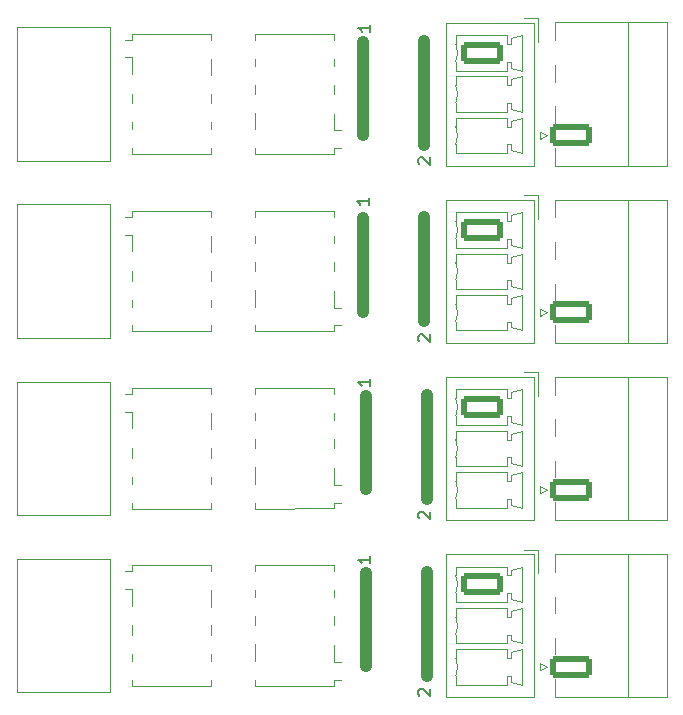
<source format=gbr>
%TF.GenerationSoftware,KiCad,Pcbnew,8.0.2*%
%TF.CreationDate,2025-01-20T22:03:02+01:00*%
%TF.ProjectId,Mk2-relayExtension,4d6b322d-7265-46c6-9179-457874656e73,rev?*%
%TF.SameCoordinates,Original*%
%TF.FileFunction,Legend,Top*%
%TF.FilePolarity,Positive*%
%FSLAX46Y46*%
G04 Gerber Fmt 4.6, Leading zero omitted, Abs format (unit mm)*
G04 Created by KiCad (PCBNEW 8.0.2) date 2025-01-20 22:03:02*
%MOMM*%
%LPD*%
G01*
G04 APERTURE LIST*
G04 Aperture macros list*
%AMRoundRect*
0 Rectangle with rounded corners*
0 $1 Rounding radius*
0 $2 $3 $4 $5 $6 $7 $8 $9 X,Y pos of 4 corners*
0 Add a 4 corners polygon primitive as box body*
4,1,4,$2,$3,$4,$5,$6,$7,$8,$9,$2,$3,0*
0 Add four circle primitives for the rounded corners*
1,1,$1+$1,$2,$3*
1,1,$1+$1,$4,$5*
1,1,$1+$1,$6,$7*
1,1,$1+$1,$8,$9*
0 Add four rect primitives between the rounded corners*
20,1,$1+$1,$2,$3,$4,$5,0*
20,1,$1+$1,$4,$5,$6,$7,0*
20,1,$1+$1,$6,$7,$8,$9,0*
20,1,$1+$1,$8,$9,$2,$3,0*%
G04 Aperture macros list end*
%ADD10C,1.000000*%
%ADD11C,0.150000*%
%ADD12C,0.120000*%
%ADD13C,0.100000*%
%ADD14C,3.200000*%
%ADD15R,1.800000X0.800000*%
%ADD16RoundRect,0.250000X-1.550000X0.650000X-1.550000X-0.650000X1.550000X-0.650000X1.550000X0.650000X0*%
%ADD17O,3.600000X1.800000*%
%ADD18RoundRect,0.250000X1.550000X-0.650000X1.550000X0.650000X-1.550000X0.650000X-1.550000X-0.650000X0*%
%ADD19C,2.200000*%
G04 APERTURE END LIST*
D10*
X133500000Y-89039500D02*
X133500000Y-96960500D01*
X138707000Y-88960500D02*
X138707000Y-97754500D01*
X133500000Y-74039500D02*
X133500000Y-81960500D01*
X138707000Y-73960500D02*
X138707000Y-82754500D01*
X133250000Y-59000000D02*
X133250000Y-66921000D01*
X138457000Y-58921000D02*
X138457000Y-67715000D01*
D11*
X133869819Y-87639411D02*
X133869819Y-88210839D01*
X133869819Y-87925125D02*
X132869819Y-87925125D01*
X132869819Y-87925125D02*
X133012676Y-88020363D01*
X133012676Y-88020363D02*
X133107914Y-88115601D01*
X133107914Y-88115601D02*
X133155533Y-88210839D01*
X133869819Y-72639411D02*
X133869819Y-73210839D01*
X133869819Y-72925125D02*
X132869819Y-72925125D01*
X132869819Y-72925125D02*
X133012676Y-73020363D01*
X133012676Y-73020363D02*
X133107914Y-73115601D01*
X133107914Y-73115601D02*
X133155533Y-73210839D01*
X133869819Y-42639411D02*
X133869819Y-43210839D01*
X133869819Y-42925125D02*
X132869819Y-42925125D01*
X132869819Y-42925125D02*
X133012676Y-43020363D01*
X133012676Y-43020363D02*
X133107914Y-43115601D01*
X133107914Y-43115601D02*
X133155533Y-43210839D01*
D10*
X138430000Y-44000000D02*
X138430000Y-52794000D01*
X133223000Y-44079000D02*
X133223000Y-52000000D01*
D11*
X138030057Y-99433839D02*
X137982438Y-99386220D01*
X137982438Y-99386220D02*
X137934819Y-99290982D01*
X137934819Y-99290982D02*
X137934819Y-99052887D01*
X137934819Y-99052887D02*
X137982438Y-98957649D01*
X137982438Y-98957649D02*
X138030057Y-98910030D01*
X138030057Y-98910030D02*
X138125295Y-98862411D01*
X138125295Y-98862411D02*
X138220533Y-98862411D01*
X138220533Y-98862411D02*
X138363390Y-98910030D01*
X138363390Y-98910030D02*
X138934819Y-99481458D01*
X138934819Y-99481458D02*
X138934819Y-98862411D01*
X138030057Y-84433839D02*
X137982438Y-84386220D01*
X137982438Y-84386220D02*
X137934819Y-84290982D01*
X137934819Y-84290982D02*
X137934819Y-84052887D01*
X137934819Y-84052887D02*
X137982438Y-83957649D01*
X137982438Y-83957649D02*
X138030057Y-83910030D01*
X138030057Y-83910030D02*
X138125295Y-83862411D01*
X138125295Y-83862411D02*
X138220533Y-83862411D01*
X138220533Y-83862411D02*
X138363390Y-83910030D01*
X138363390Y-83910030D02*
X138934819Y-84481458D01*
X138934819Y-84481458D02*
X138934819Y-83862411D01*
X138030057Y-54433839D02*
X137982438Y-54386220D01*
X137982438Y-54386220D02*
X137934819Y-54290982D01*
X137934819Y-54290982D02*
X137934819Y-54052887D01*
X137934819Y-54052887D02*
X137982438Y-53957649D01*
X137982438Y-53957649D02*
X138030057Y-53910030D01*
X138030057Y-53910030D02*
X138125295Y-53862411D01*
X138125295Y-53862411D02*
X138220533Y-53862411D01*
X138220533Y-53862411D02*
X138363390Y-53910030D01*
X138363390Y-53910030D02*
X138934819Y-54481458D01*
X138934819Y-54481458D02*
X138934819Y-53862411D01*
X138030057Y-69433839D02*
X137982438Y-69386220D01*
X137982438Y-69386220D02*
X137934819Y-69290982D01*
X137934819Y-69290982D02*
X137934819Y-69052887D01*
X137934819Y-69052887D02*
X137982438Y-68957649D01*
X137982438Y-68957649D02*
X138030057Y-68910030D01*
X138030057Y-68910030D02*
X138125295Y-68862411D01*
X138125295Y-68862411D02*
X138220533Y-68862411D01*
X138220533Y-68862411D02*
X138363390Y-68910030D01*
X138363390Y-68910030D02*
X138934819Y-69481458D01*
X138934819Y-69481458D02*
X138934819Y-68862411D01*
X133727819Y-57305411D02*
X133727819Y-57876839D01*
X133727819Y-57591125D02*
X132727819Y-57591125D01*
X132727819Y-57591125D02*
X132870676Y-57686363D01*
X132870676Y-57686363D02*
X132965914Y-57781601D01*
X132965914Y-57781601D02*
X133013533Y-57876839D01*
D12*
%TO.C,K8*%
X113660000Y-94300000D02*
X113660000Y-93500000D01*
X113660000Y-96500000D02*
X113660000Y-95900000D01*
X113660000Y-98600000D02*
X113660000Y-98100000D01*
X113700000Y-88410000D02*
X113700000Y-88910000D01*
X113700000Y-88410000D02*
X120360000Y-88400000D01*
X113700000Y-88910000D02*
X113100000Y-88910000D01*
X113700000Y-90410000D02*
X113100000Y-90410000D01*
X113700000Y-91810000D02*
X113700000Y-90410000D01*
X120360000Y-88400000D02*
X120360000Y-88900000D01*
X120360000Y-90500000D02*
X120360000Y-91900000D01*
X120360000Y-93500000D02*
X120360000Y-94300000D01*
X120360000Y-95900000D02*
X120360000Y-96500000D01*
X120360000Y-98100000D02*
X120360000Y-98600000D01*
X120360000Y-98600000D02*
X113660000Y-98600000D01*
%TO.C,K7*%
X130840000Y-92700000D02*
X130840000Y-93500000D01*
X130840000Y-90500000D02*
X130840000Y-91100000D01*
X130840000Y-88400000D02*
X130840000Y-88900000D01*
X130800000Y-98590000D02*
X130800000Y-98090000D01*
X130800000Y-98590000D02*
X124140000Y-98600000D01*
X130800000Y-98090000D02*
X131400000Y-98090000D01*
X130800000Y-96590000D02*
X131400000Y-96590000D01*
X130800000Y-95190000D02*
X130800000Y-96590000D01*
X124140000Y-98600000D02*
X124140000Y-98100000D01*
X124140000Y-96500000D02*
X124140000Y-95100000D01*
X124140000Y-93500000D02*
X124140000Y-92700000D01*
X124140000Y-91100000D02*
X124140000Y-90500000D01*
X124140000Y-88900000D02*
X124140000Y-88400000D01*
X124140000Y-88400000D02*
X130840000Y-88400000D01*
%TO.C,K6*%
X113660000Y-79300000D02*
X113660000Y-78500000D01*
X113660000Y-81500000D02*
X113660000Y-80900000D01*
X113660000Y-83600000D02*
X113660000Y-83100000D01*
X113700000Y-73410000D02*
X113700000Y-73910000D01*
X113700000Y-73410000D02*
X120360000Y-73400000D01*
X113700000Y-73910000D02*
X113100000Y-73910000D01*
X113700000Y-75410000D02*
X113100000Y-75410000D01*
X113700000Y-76810000D02*
X113700000Y-75410000D01*
X120360000Y-73400000D02*
X120360000Y-73900000D01*
X120360000Y-75500000D02*
X120360000Y-76900000D01*
X120360000Y-78500000D02*
X120360000Y-79300000D01*
X120360000Y-80900000D02*
X120360000Y-81500000D01*
X120360000Y-83100000D02*
X120360000Y-83600000D01*
X120360000Y-83600000D02*
X113660000Y-83600000D01*
%TO.C,K5*%
X130840000Y-77700000D02*
X130840000Y-78500000D01*
X130840000Y-75500000D02*
X130840000Y-76100000D01*
X130840000Y-73400000D02*
X130840000Y-73900000D01*
X130800000Y-83590000D02*
X130800000Y-83090000D01*
X130800000Y-83590000D02*
X124140000Y-83600000D01*
X130800000Y-83090000D02*
X131400000Y-83090000D01*
X130800000Y-81590000D02*
X131400000Y-81590000D01*
X130800000Y-80190000D02*
X130800000Y-81590000D01*
X124140000Y-83600000D02*
X124140000Y-83100000D01*
X124140000Y-81500000D02*
X124140000Y-80100000D01*
X124140000Y-78500000D02*
X124140000Y-77700000D01*
X124140000Y-76100000D02*
X124140000Y-75500000D01*
X124140000Y-73900000D02*
X124140000Y-73400000D01*
X124140000Y-73400000D02*
X130840000Y-73400000D01*
%TO.C,K4*%
X113660000Y-49300000D02*
X113660000Y-48500000D01*
X113660000Y-51500000D02*
X113660000Y-50900000D01*
X113660000Y-53600000D02*
X113660000Y-53100000D01*
X113700000Y-43410000D02*
X113700000Y-43910000D01*
X113700000Y-43410000D02*
X120360000Y-43400000D01*
X113700000Y-43910000D02*
X113100000Y-43910000D01*
X113700000Y-45410000D02*
X113100000Y-45410000D01*
X113700000Y-46810000D02*
X113700000Y-45410000D01*
X120360000Y-43400000D02*
X120360000Y-43900000D01*
X120360000Y-45500000D02*
X120360000Y-46900000D01*
X120360000Y-48500000D02*
X120360000Y-49300000D01*
X120360000Y-50900000D02*
X120360000Y-51500000D01*
X120360000Y-53100000D02*
X120360000Y-53600000D01*
X120360000Y-53600000D02*
X113660000Y-53600000D01*
%TO.C,K3*%
X130840000Y-47700000D02*
X130840000Y-48500000D01*
X130840000Y-45500000D02*
X130840000Y-46100000D01*
X130840000Y-43400000D02*
X130840000Y-43900000D01*
X130800000Y-53590000D02*
X130800000Y-53090000D01*
X130800000Y-53590000D02*
X124140000Y-53600000D01*
X130800000Y-53090000D02*
X131400000Y-53090000D01*
X130800000Y-51590000D02*
X131400000Y-51590000D01*
X130800000Y-50190000D02*
X130800000Y-51590000D01*
X124140000Y-53600000D02*
X124140000Y-53100000D01*
X124140000Y-51500000D02*
X124140000Y-50100000D01*
X124140000Y-48500000D02*
X124140000Y-47700000D01*
X124140000Y-46100000D02*
X124140000Y-45500000D01*
X124140000Y-43900000D02*
X124140000Y-43400000D01*
X124140000Y-43400000D02*
X130840000Y-43400000D01*
%TO.C,J12*%
X148107500Y-87067500D02*
X148107500Y-89067500D01*
X146857500Y-87067500D02*
X148107500Y-87067500D01*
X147717500Y-87457500D02*
X140247500Y-87457500D01*
X140247500Y-87457500D02*
X140247500Y-99577500D01*
X146757500Y-88517500D02*
X146757500Y-91517500D01*
X145407500Y-88517500D02*
X145407500Y-89267500D01*
X141107500Y-88517500D02*
X145407500Y-88517500D01*
X145757500Y-88767500D02*
X146757500Y-88517500D01*
X145757500Y-89267500D02*
X145757500Y-88767500D01*
X145407500Y-89267500D02*
X145757500Y-89267500D01*
X141107500Y-89267500D02*
X141107500Y-88517500D01*
X145757500Y-90767500D02*
X145407500Y-90767500D01*
X145407500Y-90767500D02*
X145407500Y-91517500D01*
X145757500Y-91267500D02*
X145757500Y-90767500D01*
X146757500Y-91517500D02*
X145757500Y-91267500D01*
X145407500Y-91517500D02*
X141107500Y-91517500D01*
X141107500Y-91517500D02*
X141107500Y-90767500D01*
X146757500Y-92017500D02*
X146757500Y-95017500D01*
X145407500Y-92017500D02*
X145407500Y-92767500D01*
X141107500Y-92017500D02*
X145407500Y-92017500D01*
X145757500Y-92267500D02*
X146757500Y-92017500D01*
X145757500Y-92767500D02*
X145757500Y-92267500D01*
X145407500Y-92767500D02*
X145757500Y-92767500D01*
X141107500Y-92767500D02*
X141107500Y-92017500D01*
X145757500Y-94267500D02*
X145407500Y-94267500D01*
X145407500Y-94267500D02*
X145407500Y-95017500D01*
X145757500Y-94767500D02*
X145757500Y-94267500D01*
X146757500Y-95017500D02*
X145757500Y-94767500D01*
X145407500Y-95017500D02*
X141107500Y-95017500D01*
X141107500Y-95017500D02*
X141107500Y-94267500D01*
X146757500Y-95517500D02*
X146757500Y-98517500D01*
X145407500Y-95517500D02*
X145407500Y-96267500D01*
X141107500Y-95517500D02*
X145407500Y-95517500D01*
X145757500Y-95767500D02*
X146757500Y-95517500D01*
X145757500Y-96267500D02*
X145757500Y-95767500D01*
X145407500Y-96267500D02*
X145757500Y-96267500D01*
X141107500Y-96267500D02*
X141107500Y-95517500D01*
X145757500Y-97767500D02*
X145407500Y-97767500D01*
X145407500Y-97767500D02*
X145407500Y-98517500D01*
X145757500Y-98267500D02*
X145757500Y-97767500D01*
X146757500Y-98517500D02*
X145757500Y-98267500D01*
X145407500Y-98517500D02*
X141107500Y-98517500D01*
X141107500Y-98517500D02*
X141107500Y-97767500D01*
X147717500Y-99577500D02*
X147717500Y-87457500D01*
X140247500Y-99577500D02*
X147717500Y-99577500D01*
X141107500Y-89267500D02*
G75*
G02*
X141107656Y-90767147I-1700000J-750000D01*
G01*
X141107500Y-92767500D02*
G75*
G02*
X141107656Y-94267147I-1700000J-750000D01*
G01*
X141107500Y-96267500D02*
G75*
G02*
X141107656Y-97767147I-1700000J-750000D01*
G01*
%TO.C,J11*%
X149547500Y-99560000D02*
X158967500Y-99560000D01*
X149547500Y-99560000D02*
X149547500Y-98050000D01*
X155657500Y-99560000D02*
X155657500Y-87440000D01*
X158967500Y-99560000D02*
X158967500Y-87440000D01*
X148257500Y-97300000D02*
X148257500Y-96700000D01*
X148857500Y-97000000D02*
X148257500Y-97300000D01*
X148257500Y-96700000D02*
X148857500Y-97000000D01*
X149547500Y-95950000D02*
X149547500Y-94550000D01*
X149547500Y-92450000D02*
X149547500Y-91050000D01*
X149547500Y-87440000D02*
X149547500Y-88950000D01*
X158967500Y-87440000D02*
X149547500Y-87440000D01*
D13*
%TO.C,J10*%
X111850000Y-87850000D02*
X103950000Y-87850000D01*
X111850000Y-87850000D02*
X111850000Y-99150000D01*
X111850000Y-99150000D02*
X103950000Y-99150000D01*
X103950000Y-99150000D02*
X103950000Y-87850000D01*
D12*
%TO.C,J9*%
X148107500Y-72067500D02*
X148107500Y-74067500D01*
X146857500Y-72067500D02*
X148107500Y-72067500D01*
X147717500Y-72457500D02*
X140247500Y-72457500D01*
X140247500Y-72457500D02*
X140247500Y-84577500D01*
X146757500Y-73517500D02*
X146757500Y-76517500D01*
X145407500Y-73517500D02*
X145407500Y-74267500D01*
X141107500Y-73517500D02*
X145407500Y-73517500D01*
X145757500Y-73767500D02*
X146757500Y-73517500D01*
X145757500Y-74267500D02*
X145757500Y-73767500D01*
X145407500Y-74267500D02*
X145757500Y-74267500D01*
X141107500Y-74267500D02*
X141107500Y-73517500D01*
X145757500Y-75767500D02*
X145407500Y-75767500D01*
X145407500Y-75767500D02*
X145407500Y-76517500D01*
X145757500Y-76267500D02*
X145757500Y-75767500D01*
X146757500Y-76517500D02*
X145757500Y-76267500D01*
X145407500Y-76517500D02*
X141107500Y-76517500D01*
X141107500Y-76517500D02*
X141107500Y-75767500D01*
X146757500Y-77017500D02*
X146757500Y-80017500D01*
X145407500Y-77017500D02*
X145407500Y-77767500D01*
X141107500Y-77017500D02*
X145407500Y-77017500D01*
X145757500Y-77267500D02*
X146757500Y-77017500D01*
X145757500Y-77767500D02*
X145757500Y-77267500D01*
X145407500Y-77767500D02*
X145757500Y-77767500D01*
X141107500Y-77767500D02*
X141107500Y-77017500D01*
X145757500Y-79267500D02*
X145407500Y-79267500D01*
X145407500Y-79267500D02*
X145407500Y-80017500D01*
X145757500Y-79767500D02*
X145757500Y-79267500D01*
X146757500Y-80017500D02*
X145757500Y-79767500D01*
X145407500Y-80017500D02*
X141107500Y-80017500D01*
X141107500Y-80017500D02*
X141107500Y-79267500D01*
X146757500Y-80517500D02*
X146757500Y-83517500D01*
X145407500Y-80517500D02*
X145407500Y-81267500D01*
X141107500Y-80517500D02*
X145407500Y-80517500D01*
X145757500Y-80767500D02*
X146757500Y-80517500D01*
X145757500Y-81267500D02*
X145757500Y-80767500D01*
X145407500Y-81267500D02*
X145757500Y-81267500D01*
X141107500Y-81267500D02*
X141107500Y-80517500D01*
X145757500Y-82767500D02*
X145407500Y-82767500D01*
X145407500Y-82767500D02*
X145407500Y-83517500D01*
X145757500Y-83267500D02*
X145757500Y-82767500D01*
X146757500Y-83517500D02*
X145757500Y-83267500D01*
X145407500Y-83517500D02*
X141107500Y-83517500D01*
X141107500Y-83517500D02*
X141107500Y-82767500D01*
X147717500Y-84577500D02*
X147717500Y-72457500D01*
X140247500Y-84577500D02*
X147717500Y-84577500D01*
X141107500Y-74267500D02*
G75*
G02*
X141107656Y-75767147I-1700000J-750000D01*
G01*
X141107500Y-77767500D02*
G75*
G02*
X141107656Y-79267147I-1700000J-750000D01*
G01*
X141107500Y-81267500D02*
G75*
G02*
X141107656Y-82767147I-1700000J-750000D01*
G01*
%TO.C,J8*%
X149547500Y-84560000D02*
X158967500Y-84560000D01*
X149547500Y-84560000D02*
X149547500Y-83050000D01*
X155657500Y-84560000D02*
X155657500Y-72440000D01*
X158967500Y-84560000D02*
X158967500Y-72440000D01*
X148257500Y-82300000D02*
X148257500Y-81700000D01*
X148857500Y-82000000D02*
X148257500Y-82300000D01*
X148257500Y-81700000D02*
X148857500Y-82000000D01*
X149547500Y-80950000D02*
X149547500Y-79550000D01*
X149547500Y-77450000D02*
X149547500Y-76050000D01*
X149547500Y-72440000D02*
X149547500Y-73950000D01*
X158967500Y-72440000D02*
X149547500Y-72440000D01*
D13*
%TO.C,J7*%
X111850000Y-72850000D02*
X103950000Y-72850000D01*
X111850000Y-72850000D02*
X111850000Y-84150000D01*
X111850000Y-84150000D02*
X103950000Y-84150000D01*
X103950000Y-84150000D02*
X103950000Y-72850000D01*
D12*
%TO.C,J6*%
X148107500Y-42067500D02*
X148107500Y-44067500D01*
X146857500Y-42067500D02*
X148107500Y-42067500D01*
X147717500Y-42457500D02*
X140247500Y-42457500D01*
X140247500Y-42457500D02*
X140247500Y-54577500D01*
X146757500Y-43517500D02*
X146757500Y-46517500D01*
X145407500Y-43517500D02*
X145407500Y-44267500D01*
X141107500Y-43517500D02*
X145407500Y-43517500D01*
X145757500Y-43767500D02*
X146757500Y-43517500D01*
X145757500Y-44267500D02*
X145757500Y-43767500D01*
X145407500Y-44267500D02*
X145757500Y-44267500D01*
X141107500Y-44267500D02*
X141107500Y-43517500D01*
X145757500Y-45767500D02*
X145407500Y-45767500D01*
X145407500Y-45767500D02*
X145407500Y-46517500D01*
X145757500Y-46267500D02*
X145757500Y-45767500D01*
X146757500Y-46517500D02*
X145757500Y-46267500D01*
X145407500Y-46517500D02*
X141107500Y-46517500D01*
X141107500Y-46517500D02*
X141107500Y-45767500D01*
X146757500Y-47017500D02*
X146757500Y-50017500D01*
X145407500Y-47017500D02*
X145407500Y-47767500D01*
X141107500Y-47017500D02*
X145407500Y-47017500D01*
X145757500Y-47267500D02*
X146757500Y-47017500D01*
X145757500Y-47767500D02*
X145757500Y-47267500D01*
X145407500Y-47767500D02*
X145757500Y-47767500D01*
X141107500Y-47767500D02*
X141107500Y-47017500D01*
X145757500Y-49267500D02*
X145407500Y-49267500D01*
X145407500Y-49267500D02*
X145407500Y-50017500D01*
X145757500Y-49767500D02*
X145757500Y-49267500D01*
X146757500Y-50017500D02*
X145757500Y-49767500D01*
X145407500Y-50017500D02*
X141107500Y-50017500D01*
X141107500Y-50017500D02*
X141107500Y-49267500D01*
X146757500Y-50517500D02*
X146757500Y-53517500D01*
X145407500Y-50517500D02*
X145407500Y-51267500D01*
X141107500Y-50517500D02*
X145407500Y-50517500D01*
X145757500Y-50767500D02*
X146757500Y-50517500D01*
X145757500Y-51267500D02*
X145757500Y-50767500D01*
X145407500Y-51267500D02*
X145757500Y-51267500D01*
X141107500Y-51267500D02*
X141107500Y-50517500D01*
X145757500Y-52767500D02*
X145407500Y-52767500D01*
X145407500Y-52767500D02*
X145407500Y-53517500D01*
X145757500Y-53267500D02*
X145757500Y-52767500D01*
X146757500Y-53517500D02*
X145757500Y-53267500D01*
X145407500Y-53517500D02*
X141107500Y-53517500D01*
X141107500Y-53517500D02*
X141107500Y-52767500D01*
X147717500Y-54577500D02*
X147717500Y-42457500D01*
X140247500Y-54577500D02*
X147717500Y-54577500D01*
X141107500Y-44267500D02*
G75*
G02*
X141107656Y-45767147I-1700000J-750000D01*
G01*
X141107500Y-47767500D02*
G75*
G02*
X141107656Y-49267147I-1700000J-750000D01*
G01*
X141107500Y-51267500D02*
G75*
G02*
X141107656Y-52767147I-1700000J-750000D01*
G01*
%TO.C,J3*%
X149547500Y-54560000D02*
X158967500Y-54560000D01*
X149547500Y-54560000D02*
X149547500Y-53050000D01*
X155657500Y-54560000D02*
X155657500Y-42440000D01*
X158967500Y-54560000D02*
X158967500Y-42440000D01*
X148257500Y-52300000D02*
X148257500Y-51700000D01*
X148857500Y-52000000D02*
X148257500Y-52300000D01*
X148257500Y-51700000D02*
X148857500Y-52000000D01*
X149547500Y-50950000D02*
X149547500Y-49550000D01*
X149547500Y-47450000D02*
X149547500Y-46050000D01*
X149547500Y-42440000D02*
X149547500Y-43950000D01*
X158967500Y-42440000D02*
X149547500Y-42440000D01*
D13*
%TO.C,J2*%
X111850000Y-42850000D02*
X103950000Y-42850000D01*
X111850000Y-42850000D02*
X111850000Y-54150000D01*
X111850000Y-54150000D02*
X103950000Y-54150000D01*
X103950000Y-54150000D02*
X103950000Y-42850000D01*
D12*
%TO.C,J4*%
X148257500Y-66700000D02*
X148857500Y-67000000D01*
X148257500Y-67300000D02*
X148257500Y-66700000D01*
X148857500Y-67000000D02*
X148257500Y-67300000D01*
X149547500Y-57440000D02*
X149547500Y-58950000D01*
X149547500Y-62450000D02*
X149547500Y-61050000D01*
X149547500Y-65950000D02*
X149547500Y-64550000D01*
X149547500Y-69560000D02*
X149547500Y-68050000D01*
X149547500Y-69560000D02*
X158967500Y-69560000D01*
X155657500Y-69560000D02*
X155657500Y-57440000D01*
X158967500Y-57440000D02*
X149547500Y-57440000D01*
X158967500Y-69560000D02*
X158967500Y-57440000D01*
%TO.C,K2*%
X113660000Y-64300000D02*
X113660000Y-63500000D01*
X113660000Y-66500000D02*
X113660000Y-65900000D01*
X113660000Y-68600000D02*
X113660000Y-68100000D01*
X113700000Y-58410000D02*
X113700000Y-58910000D01*
X113700000Y-58410000D02*
X120360000Y-58400000D01*
X113700000Y-58910000D02*
X113100000Y-58910000D01*
X113700000Y-60410000D02*
X113100000Y-60410000D01*
X113700000Y-61810000D02*
X113700000Y-60410000D01*
X120360000Y-58400000D02*
X120360000Y-58900000D01*
X120360000Y-60500000D02*
X120360000Y-61900000D01*
X120360000Y-63500000D02*
X120360000Y-64300000D01*
X120360000Y-65900000D02*
X120360000Y-66500000D01*
X120360000Y-68100000D02*
X120360000Y-68600000D01*
X120360000Y-68600000D02*
X113660000Y-68600000D01*
D13*
%TO.C,J1*%
X103950000Y-69150000D02*
X103950000Y-57850000D01*
X111850000Y-57850000D02*
X103950000Y-57850000D01*
X111850000Y-57850000D02*
X111850000Y-69150000D01*
X111850000Y-69150000D02*
X103950000Y-69150000D01*
D12*
%TO.C,K1*%
X124140000Y-58400000D02*
X130840000Y-58400000D01*
X124140000Y-58900000D02*
X124140000Y-58400000D01*
X124140000Y-61100000D02*
X124140000Y-60500000D01*
X124140000Y-63500000D02*
X124140000Y-62700000D01*
X124140000Y-66500000D02*
X124140000Y-65100000D01*
X124140000Y-68600000D02*
X124140000Y-68100000D01*
X130800000Y-65190000D02*
X130800000Y-66590000D01*
X130800000Y-66590000D02*
X131400000Y-66590000D01*
X130800000Y-68090000D02*
X131400000Y-68090000D01*
X130800000Y-68590000D02*
X124140000Y-68600000D01*
X130800000Y-68590000D02*
X130800000Y-68090000D01*
X130840000Y-58400000D02*
X130840000Y-58900000D01*
X130840000Y-60500000D02*
X130840000Y-61100000D01*
X130840000Y-62700000D02*
X130840000Y-63500000D01*
%TO.C,J5*%
X140247500Y-57457500D02*
X140247500Y-69577500D01*
X140247500Y-69577500D02*
X147717500Y-69577500D01*
X141107500Y-58517500D02*
X145407500Y-58517500D01*
X141107500Y-59267500D02*
X141107500Y-58517500D01*
X141107500Y-61517500D02*
X141107500Y-60767500D01*
X141107500Y-62017500D02*
X145407500Y-62017500D01*
X141107500Y-62767500D02*
X141107500Y-62017500D01*
X141107500Y-65017500D02*
X141107500Y-64267500D01*
X141107500Y-65517500D02*
X145407500Y-65517500D01*
X141107500Y-66267500D02*
X141107500Y-65517500D01*
X141107500Y-68517500D02*
X141107500Y-67767500D01*
X145407500Y-58517500D02*
X145407500Y-59267500D01*
X145407500Y-59267500D02*
X145757500Y-59267500D01*
X145407500Y-60767500D02*
X145407500Y-61517500D01*
X145407500Y-61517500D02*
X141107500Y-61517500D01*
X145407500Y-62017500D02*
X145407500Y-62767500D01*
X145407500Y-62767500D02*
X145757500Y-62767500D01*
X145407500Y-64267500D02*
X145407500Y-65017500D01*
X145407500Y-65017500D02*
X141107500Y-65017500D01*
X145407500Y-65517500D02*
X145407500Y-66267500D01*
X145407500Y-66267500D02*
X145757500Y-66267500D01*
X145407500Y-67767500D02*
X145407500Y-68517500D01*
X145407500Y-68517500D02*
X141107500Y-68517500D01*
X145757500Y-58767500D02*
X146757500Y-58517500D01*
X145757500Y-59267500D02*
X145757500Y-58767500D01*
X145757500Y-60767500D02*
X145407500Y-60767500D01*
X145757500Y-61267500D02*
X145757500Y-60767500D01*
X145757500Y-62267500D02*
X146757500Y-62017500D01*
X145757500Y-62767500D02*
X145757500Y-62267500D01*
X145757500Y-64267500D02*
X145407500Y-64267500D01*
X145757500Y-64767500D02*
X145757500Y-64267500D01*
X145757500Y-65767500D02*
X146757500Y-65517500D01*
X145757500Y-66267500D02*
X145757500Y-65767500D01*
X145757500Y-67767500D02*
X145407500Y-67767500D01*
X145757500Y-68267500D02*
X145757500Y-67767500D01*
X146757500Y-58517500D02*
X146757500Y-61517500D01*
X146757500Y-61517500D02*
X145757500Y-61267500D01*
X146757500Y-62017500D02*
X146757500Y-65017500D01*
X146757500Y-65017500D02*
X145757500Y-64767500D01*
X146757500Y-65517500D02*
X146757500Y-68517500D01*
X146757500Y-68517500D02*
X145757500Y-68267500D01*
X146857500Y-57067500D02*
X148107500Y-57067500D01*
X147717500Y-57457500D02*
X140247500Y-57457500D01*
X147717500Y-69577500D02*
X147717500Y-57457500D01*
X148107500Y-57067500D02*
X148107500Y-59067500D01*
X141107500Y-59267500D02*
G75*
G02*
X141107656Y-60767147I-1700000J-750000D01*
G01*
X141107500Y-62767500D02*
G75*
G02*
X141107656Y-64267147I-1700000J-750000D01*
G01*
X141107500Y-66267500D02*
G75*
G02*
X141107656Y-67767147I-1700000J-750000D01*
G01*
%TD*%
%LPC*%
D14*
%TO.C,REF\u002A\u002A*%
X136000000Y-78500000D03*
%TD*%
%TO.C,REF\u002A\u002A*%
X136000000Y-93500000D03*
%TD*%
%TO.C,REF\u002A\u002A*%
X136000000Y-48500000D03*
%TD*%
D15*
%TO.C,K8*%
X113500000Y-89700000D03*
X113500000Y-92900000D03*
X113500000Y-95100000D03*
X113500000Y-97300000D03*
X120500000Y-97300000D03*
X120500000Y-95100000D03*
X120500000Y-92900000D03*
X120500000Y-89700000D03*
%TD*%
%TO.C,K7*%
X131000000Y-97300000D03*
X131000000Y-94100000D03*
X131000000Y-91900000D03*
X131000000Y-89700000D03*
X124000000Y-89700000D03*
X124000000Y-91900000D03*
X124000000Y-94100000D03*
X124000000Y-97300000D03*
%TD*%
%TO.C,K6*%
X113500000Y-74700000D03*
X113500000Y-77900000D03*
X113500000Y-80100000D03*
X113500000Y-82300000D03*
X120500000Y-82300000D03*
X120500000Y-80100000D03*
X120500000Y-77900000D03*
X120500000Y-74700000D03*
%TD*%
%TO.C,K5*%
X131000000Y-82300000D03*
X131000000Y-79100000D03*
X131000000Y-76900000D03*
X131000000Y-74700000D03*
X124000000Y-74700000D03*
X124000000Y-76900000D03*
X124000000Y-79100000D03*
X124000000Y-82300000D03*
%TD*%
%TO.C,K4*%
X113500000Y-44700000D03*
X113500000Y-47900000D03*
X113500000Y-50100000D03*
X113500000Y-52300000D03*
X120500000Y-52300000D03*
X120500000Y-50100000D03*
X120500000Y-47900000D03*
X120500000Y-44700000D03*
%TD*%
%TO.C,K3*%
X131000000Y-52300000D03*
X131000000Y-49100000D03*
X131000000Y-46900000D03*
X131000000Y-44700000D03*
X124000000Y-44700000D03*
X124000000Y-46900000D03*
X124000000Y-49100000D03*
X124000000Y-52300000D03*
%TD*%
D16*
%TO.C,J12*%
X143357500Y-90017500D03*
D17*
X143357500Y-93517500D03*
X143357500Y-97017500D03*
%TD*%
D18*
%TO.C,J11*%
X150857500Y-97000000D03*
D17*
X150857500Y-93500000D03*
X150857500Y-90000000D03*
%TD*%
D19*
%TO.C,J10*%
X110000000Y-97000000D03*
X107500000Y-97000000D03*
X110000000Y-93500000D03*
X107500000Y-93500000D03*
X110000000Y-90000000D03*
X107500000Y-90000000D03*
%TD*%
D16*
%TO.C,J9*%
X143357500Y-75017500D03*
D17*
X143357500Y-78517500D03*
X143357500Y-82017500D03*
%TD*%
D18*
%TO.C,J8*%
X150857500Y-82000000D03*
D17*
X150857500Y-78500000D03*
X150857500Y-75000000D03*
%TD*%
D19*
%TO.C,J7*%
X110000000Y-82000000D03*
X107500000Y-82000000D03*
X110000000Y-78500000D03*
X107500000Y-78500000D03*
X110000000Y-75000000D03*
X107500000Y-75000000D03*
%TD*%
D16*
%TO.C,J6*%
X143357500Y-45017500D03*
D17*
X143357500Y-48517500D03*
X143357500Y-52017500D03*
%TD*%
D18*
%TO.C,J3*%
X150857500Y-52000000D03*
D17*
X150857500Y-48500000D03*
X150857500Y-45000000D03*
%TD*%
D19*
%TO.C,J2*%
X110000000Y-52000000D03*
X107500000Y-52000000D03*
X110000000Y-48500000D03*
X107500000Y-48500000D03*
X110000000Y-45000000D03*
X107500000Y-45000000D03*
%TD*%
D18*
%TO.C,J4*%
X150857500Y-67000000D03*
D17*
X150857500Y-63500000D03*
X150857500Y-60000000D03*
%TD*%
D15*
%TO.C,K2*%
X113500000Y-59700000D03*
X113500000Y-62900000D03*
X113500000Y-65100000D03*
X113500000Y-67300000D03*
X120500000Y-67300000D03*
X120500000Y-65100000D03*
X120500000Y-62900000D03*
X120500000Y-59700000D03*
%TD*%
D19*
%TO.C,J1*%
X110000000Y-67000000D03*
X107500000Y-67000000D03*
X110000000Y-63500000D03*
X107500000Y-63500000D03*
X110000000Y-60000000D03*
X107500000Y-60000000D03*
%TD*%
D15*
%TO.C,K1*%
X131000000Y-67300000D03*
X131000000Y-64100000D03*
X131000000Y-61900000D03*
X131000000Y-59700000D03*
X124000000Y-59700000D03*
X124000000Y-61900000D03*
X124000000Y-64100000D03*
X124000000Y-67300000D03*
%TD*%
D16*
%TO.C,J5*%
X143357500Y-60017500D03*
D17*
X143357500Y-63517500D03*
X143357500Y-67017500D03*
%TD*%
D14*
%TO.C,REF\u002A\u002A*%
X136000000Y-63500000D03*
%TD*%
%LPD*%
M02*

</source>
